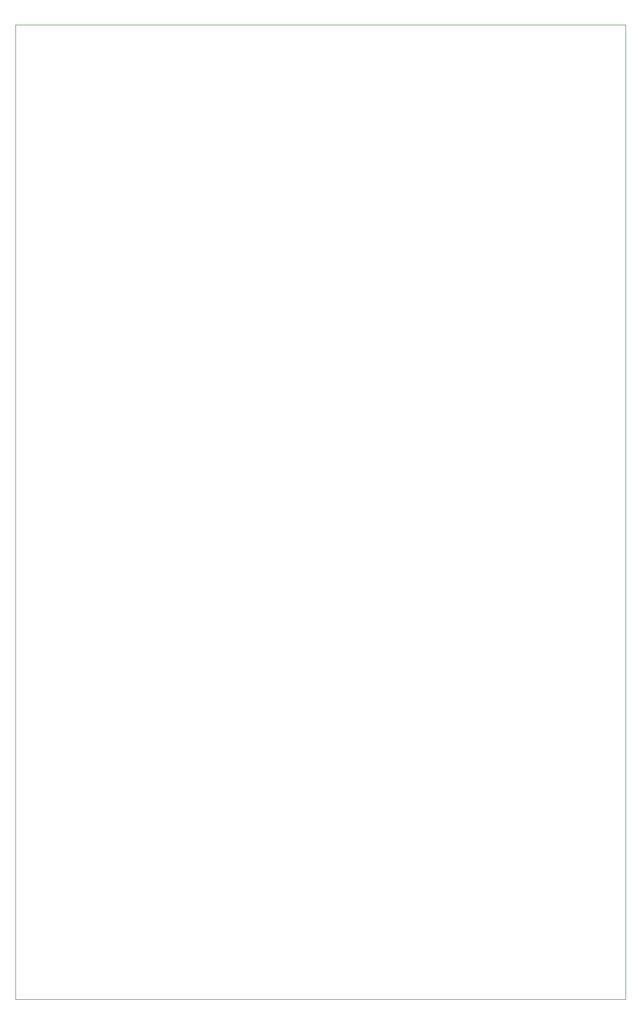
<source format=gbr>
G04 #@! TF.GenerationSoftware,KiCad,Pcbnew,(5.1.5)-3*
G04 #@! TF.CreationDate,2021-04-20T14:43:33+02:00*
G04 #@! TF.ProjectId,AnalogDrum_FM,416e616c-6f67-4447-9275-6d5f464d2e6b,rev?*
G04 #@! TF.SameCoordinates,Original*
G04 #@! TF.FileFunction,Profile,NP*
%FSLAX46Y46*%
G04 Gerber Fmt 4.6, Leading zero omitted, Abs format (unit mm)*
G04 Created by KiCad (PCBNEW (5.1.5)-3) date 2021-04-20 14:43:33*
%MOMM*%
%LPD*%
G04 APERTURE LIST*
%ADD10C,0.100000*%
G04 APERTURE END LIST*
D10*
X158750000Y-179070000D02*
X58420000Y-179070000D01*
X58420000Y-179070000D02*
X58420000Y-19050000D01*
X58420000Y-19050000D02*
X158750000Y-19050000D01*
X158750000Y-19050000D02*
X158750000Y-179070000D01*
M02*

</source>
